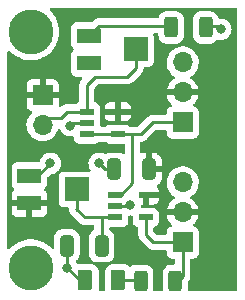
<source format=gbr>
%TF.GenerationSoftware,KiCad,Pcbnew,(6.0.8-1)-1*%
%TF.CreationDate,2023-07-28T17:56:29-05:00*%
%TF.ProjectId,FSR Adaptor,46535220-4164-4617-9074-6f722e6b6963,rev?*%
%TF.SameCoordinates,Original*%
%TF.FileFunction,Copper,L1,Top*%
%TF.FilePolarity,Positive*%
%FSLAX46Y46*%
G04 Gerber Fmt 4.6, Leading zero omitted, Abs format (unit mm)*
G04 Created by KiCad (PCBNEW (6.0.8-1)-1) date 2023-07-28 17:56:29*
%MOMM*%
%LPD*%
G01*
G04 APERTURE LIST*
G04 Aperture macros list*
%AMRoundRect*
0 Rectangle with rounded corners*
0 $1 Rounding radius*
0 $2 $3 $4 $5 $6 $7 $8 $9 X,Y pos of 4 corners*
0 Add a 4 corners polygon primitive as box body*
4,1,4,$2,$3,$4,$5,$6,$7,$8,$9,$2,$3,0*
0 Add four circle primitives for the rounded corners*
1,1,$1+$1,$2,$3*
1,1,$1+$1,$4,$5*
1,1,$1+$1,$6,$7*
1,1,$1+$1,$8,$9*
0 Add four rect primitives between the rounded corners*
20,1,$1+$1,$2,$3,$4,$5,0*
20,1,$1+$1,$4,$5,$6,$7,0*
20,1,$1+$1,$6,$7,$8,$9,0*
20,1,$1+$1,$8,$9,$2,$3,0*%
G04 Aperture macros list end*
%TA.AperFunction,ComponentPad*%
%ADD10R,1.700000X1.700000*%
%TD*%
%TA.AperFunction,ComponentPad*%
%ADD11O,1.700000X1.700000*%
%TD*%
%TA.AperFunction,SMDPad,CuDef*%
%ADD12R,2.000000X1.300000*%
%TD*%
%TA.AperFunction,SMDPad,CuDef*%
%ADD13R,2.000000X2.000000*%
%TD*%
%TA.AperFunction,SMDPad,CuDef*%
%ADD14RoundRect,0.250000X0.312500X0.625000X-0.312500X0.625000X-0.312500X-0.625000X0.312500X-0.625000X0*%
%TD*%
%TA.AperFunction,SMDPad,CuDef*%
%ADD15RoundRect,0.250000X0.325000X0.650000X-0.325000X0.650000X-0.325000X-0.650000X0.325000X-0.650000X0*%
%TD*%
%TA.AperFunction,SMDPad,CuDef*%
%ADD16R,1.200000X0.600000*%
%TD*%
%TA.AperFunction,ComponentPad*%
%ADD17C,3.800000*%
%TD*%
%TA.AperFunction,SMDPad,CuDef*%
%ADD18RoundRect,0.250000X-0.375000X-0.625000X0.375000X-0.625000X0.375000X0.625000X-0.375000X0.625000X0*%
%TD*%
%TA.AperFunction,SMDPad,CuDef*%
%ADD19RoundRect,0.250000X-0.312500X-0.625000X0.312500X-0.625000X0.312500X0.625000X-0.312500X0.625000X0*%
%TD*%
%TA.AperFunction,ViaPad*%
%ADD20C,0.800000*%
%TD*%
%TA.AperFunction,Conductor*%
%ADD21C,0.250000*%
%TD*%
G04 APERTURE END LIST*
D10*
%TO.P,J2,1,Pin_1*%
%TO.N,/TRIG*%
X65354200Y-70353228D03*
D11*
%TO.P,J2,2,Pin_2*%
%TO.N,VDD*%
X65354200Y-67813228D03*
%TO.P,J2,3,Pin_3*%
%TO.N,GND*%
X65354200Y-65273228D03*
%TD*%
D12*
%TO.P,RV1,1,1*%
%TO.N,VDD*%
X52374800Y-67012200D03*
D13*
%TO.P,RV1,2,2*%
%TO.N,/VREF*%
X56374800Y-65862200D03*
D12*
%TO.P,RV1,3,3*%
%TO.N,GND*%
X52374800Y-64712200D03*
%TD*%
D14*
%TO.P,R1,1*%
%TO.N,GND*%
X67299300Y-52146200D03*
%TO.P,R1,2*%
%TO.N,Net-(R1-Pad2)*%
X64374300Y-52146200D03*
%TD*%
D12*
%TO.P,RV2,1,1*%
%TO.N,unconnected-(RV2-Pad1)*%
X57410600Y-55150400D03*
D13*
%TO.P,RV2,2,2*%
%TO.N,/VIN*%
X61410600Y-54000400D03*
D12*
%TO.P,RV2,3,3*%
%TO.N,Net-(R1-Pad2)*%
X57410600Y-52850400D03*
%TD*%
D15*
%TO.P,C1,1*%
%TO.N,/VREF*%
X58498000Y-70637400D03*
%TO.P,C1,2*%
%TO.N,GND*%
X55548000Y-70637400D03*
%TD*%
D16*
%TO.P,U1,1,IN+*%
%TO.N,/VIN*%
X57247000Y-59273400D03*
%TO.P,U1,2,V-*%
%TO.N,GND*%
X57247000Y-60223400D03*
%TO.P,U1,3,IN-*%
%TO.N,/VOUT*%
X57247000Y-61173400D03*
%TO.P,U1,4,OUT*%
X59847000Y-61173400D03*
%TO.P,U1,5,V+*%
%TO.N,VDD*%
X59847000Y-59273400D03*
%TD*%
D17*
%TO.P,H2,1,1*%
%TO.N,unconnected-(H2-Pad1)*%
X52500000Y-52500000D03*
%TD*%
%TO.P,H1,1,1*%
%TO.N,unconnected-(H1-Pad1)*%
X52500000Y-72500000D03*
%TD*%
D10*
%TO.P,J1,1,Pin_1*%
%TO.N,VDD*%
X53492400Y-57861200D03*
D11*
%TO.P,J1,2,Pin_2*%
%TO.N,/VIN*%
X53492400Y-60401200D03*
%TD*%
D10*
%TO.P,J3,1,Pin_1*%
%TO.N,/VOUT*%
X65354200Y-60193228D03*
D11*
%TO.P,J3,2,Pin_2*%
%TO.N,VDD*%
X65354200Y-57653228D03*
%TO.P,J3,3,Pin_3*%
%TO.N,GND*%
X65354200Y-55113228D03*
%TD*%
D18*
%TO.P,D1,1,K*%
%TO.N,GND*%
X57121600Y-73558400D03*
%TO.P,D1,2,A*%
%TO.N,Net-(D1-Pad2)*%
X59921600Y-73558400D03*
%TD*%
D19*
%TO.P,R2,1*%
%TO.N,Net-(D1-Pad2)*%
X61808900Y-73609200D03*
%TO.P,R2,2*%
%TO.N,/TRIG*%
X64733900Y-73609200D03*
%TD*%
D15*
%TO.P,C2,1*%
%TO.N,VDD*%
X62511200Y-64160400D03*
%TO.P,C2,2*%
%TO.N,GND*%
X59561200Y-64160400D03*
%TD*%
D16*
%TO.P,U2,1,IN+*%
%TO.N,/VOUT*%
X59639200Y-66334600D03*
%TO.P,U2,2,V-*%
%TO.N,GND*%
X59639200Y-67284600D03*
%TO.P,U2,3,IN-*%
%TO.N,/VREF*%
X59639200Y-68234600D03*
%TO.P,U2,4,OUT*%
%TO.N,/TRIG*%
X62239200Y-68234600D03*
%TO.P,U2,5,V+*%
%TO.N,VDD*%
X62239200Y-66334600D03*
%TD*%
D20*
%TO.N,GND*%
X60909200Y-67157600D03*
X68580000Y-52298600D03*
X55854600Y-60452000D03*
X55600600Y-72517000D03*
X58293000Y-63652400D03*
X54152800Y-63652400D03*
%TD*%
D21*
%TO.N,GND*%
X68580000Y-52298600D02*
X68275200Y-51993800D01*
X59561200Y-64160400D02*
X58801000Y-64160400D01*
X52374800Y-64712200D02*
X53093000Y-64712200D01*
X57247000Y-60223400D02*
X56083200Y-60223400D01*
X53093000Y-64712200D02*
X54152800Y-63652400D01*
X59639200Y-67284600D02*
X60782200Y-67284600D01*
X55548000Y-72464400D02*
X55600600Y-72517000D01*
X56642000Y-73558400D02*
X55600600Y-72517000D01*
X58801000Y-64160400D02*
X58293000Y-63652400D01*
X55548000Y-70637400D02*
X55548000Y-72464400D01*
X56083200Y-60223400D02*
X55854600Y-60452000D01*
X68275200Y-51993800D02*
X67299300Y-51993800D01*
X60782200Y-67284600D02*
X60909200Y-67157600D01*
X57121600Y-73558400D02*
X56642000Y-73558400D01*
%TO.N,Net-(D1-Pad2)*%
X59921600Y-73558400D02*
X61758100Y-73558400D01*
X61758100Y-73558400D02*
X61808900Y-73609200D01*
%TO.N,/VIN*%
X61410600Y-55556400D02*
X61410600Y-54000400D01*
X54102000Y-59791600D02*
X55016400Y-59791600D01*
X55016400Y-59791600D02*
X55534600Y-59273400D01*
X57247000Y-57002200D02*
X57937400Y-56311800D01*
X60655200Y-56311800D02*
X61410600Y-55556400D01*
X55534600Y-59273400D02*
X57247000Y-59273400D01*
X57247000Y-59273400D02*
X57247000Y-57002200D01*
X53492400Y-60401200D02*
X54102000Y-59791600D01*
X57937400Y-56311800D02*
X60655200Y-56311800D01*
%TO.N,/TRIG*%
X62885628Y-70353228D02*
X65354200Y-70353228D01*
X62239200Y-69706800D02*
X62885628Y-70353228D01*
X62239200Y-68234600D02*
X62239200Y-69706800D01*
X64973200Y-73609200D02*
X65354200Y-73228200D01*
X65354200Y-73228200D02*
X65354200Y-70353228D01*
X64733900Y-73609200D02*
X64973200Y-73609200D01*
%TO.N,/VOUT*%
X62818972Y-60193228D02*
X61838800Y-61173400D01*
X61838800Y-61173400D02*
X61097200Y-61173400D01*
X61097200Y-61173400D02*
X59847000Y-61173400D01*
X60106600Y-66334600D02*
X61097200Y-65344000D01*
X65354200Y-60193228D02*
X62818972Y-60193228D01*
X59847000Y-61173400D02*
X57247000Y-61173400D01*
X59639200Y-66334600D02*
X60106600Y-66334600D01*
X61097200Y-65344000D02*
X61097200Y-61173400D01*
%TO.N,Net-(R1-Pad2)*%
X58267200Y-51993800D02*
X64374300Y-51993800D01*
X57410600Y-52850400D02*
X58267200Y-51993800D01*
%TO.N,/VREF*%
X56374800Y-67526400D02*
X56374800Y-65862200D01*
X58498000Y-70637400D02*
X58498000Y-68243000D01*
X57058600Y-68234600D02*
X56362600Y-67538600D01*
X58498000Y-68243000D02*
X58506400Y-68234600D01*
X56362600Y-67538600D02*
X56374800Y-67526400D01*
X59639200Y-68234600D02*
X58506400Y-68234600D01*
X58506400Y-68234600D02*
X57058600Y-68234600D01*
%TD*%
%TA.AperFunction,Conductor*%
%TO.N,VDD*%
G36*
X69933621Y-50528502D02*
G01*
X69980114Y-50582158D01*
X69991500Y-50634500D01*
X69991500Y-74365500D01*
X69971498Y-74433621D01*
X69917842Y-74480114D01*
X69865500Y-74491500D01*
X65923271Y-74491500D01*
X65855150Y-74471498D01*
X65808657Y-74417842D01*
X65797927Y-74352657D01*
X65804572Y-74287798D01*
X65804900Y-74284600D01*
X65804900Y-73723899D01*
X65824902Y-73655778D01*
X65831331Y-73646685D01*
X65832799Y-73644792D01*
X65840518Y-73635753D01*
X65865358Y-73609301D01*
X65870786Y-73603521D01*
X65880546Y-73585768D01*
X65891399Y-73569245D01*
X65898953Y-73559506D01*
X65903813Y-73553241D01*
X65921376Y-73512657D01*
X65926583Y-73502027D01*
X65947895Y-73463260D01*
X65949866Y-73455583D01*
X65949868Y-73455578D01*
X65952932Y-73443642D01*
X65959338Y-73424930D01*
X65964234Y-73413617D01*
X65967381Y-73406345D01*
X65970227Y-73388381D01*
X65974297Y-73362681D01*
X65976704Y-73351060D01*
X65985728Y-73315911D01*
X65985728Y-73315910D01*
X65987700Y-73308230D01*
X65987700Y-73287969D01*
X65989251Y-73268258D01*
X65991179Y-73256085D01*
X65992419Y-73248257D01*
X65988259Y-73204246D01*
X65987700Y-73192389D01*
X65987700Y-71837728D01*
X66007702Y-71769607D01*
X66061358Y-71723114D01*
X66113700Y-71711728D01*
X66252334Y-71711728D01*
X66314516Y-71704973D01*
X66450905Y-71653843D01*
X66567461Y-71566489D01*
X66654815Y-71449933D01*
X66705945Y-71313544D01*
X66712700Y-71251362D01*
X66712700Y-69455094D01*
X66705945Y-69392912D01*
X66654815Y-69256523D01*
X66567461Y-69139967D01*
X66450905Y-69052613D01*
X66331887Y-69007995D01*
X66275123Y-68965353D01*
X66250423Y-68898792D01*
X66265630Y-68829443D01*
X66287177Y-68800763D01*
X66388252Y-68700040D01*
X66394930Y-68692193D01*
X66519203Y-68519248D01*
X66524513Y-68510411D01*
X66618870Y-68319495D01*
X66622669Y-68309900D01*
X66684577Y-68106138D01*
X66686755Y-68096065D01*
X66688186Y-68085190D01*
X66685975Y-68071006D01*
X66672817Y-68067228D01*
X64037425Y-68067228D01*
X64023894Y-68071201D01*
X64022457Y-68081194D01*
X64052765Y-68215674D01*
X64055845Y-68225503D01*
X64135970Y-68422831D01*
X64140613Y-68432022D01*
X64251894Y-68613616D01*
X64257977Y-68621927D01*
X64397413Y-68782895D01*
X64404777Y-68790107D01*
X64409722Y-68794213D01*
X64449356Y-68853117D01*
X64450853Y-68924098D01*
X64413737Y-68984620D01*
X64373464Y-69009138D01*
X64265905Y-69049460D01*
X64265904Y-69049461D01*
X64257495Y-69052613D01*
X64140939Y-69139967D01*
X64053585Y-69256523D01*
X64002455Y-69392912D01*
X63995700Y-69455094D01*
X63995700Y-69593728D01*
X63975698Y-69661849D01*
X63922042Y-69708342D01*
X63869700Y-69719728D01*
X63200223Y-69719728D01*
X63132102Y-69699726D01*
X63111128Y-69682823D01*
X62909605Y-69481300D01*
X62875579Y-69418988D01*
X62872700Y-69392205D01*
X62872700Y-69152470D01*
X62892702Y-69084349D01*
X62946358Y-69037856D01*
X62954470Y-69034488D01*
X63077497Y-68988367D01*
X63085905Y-68985215D01*
X63202461Y-68897861D01*
X63289815Y-68781305D01*
X63340945Y-68644916D01*
X63347700Y-68582734D01*
X63347700Y-67886466D01*
X63340945Y-67824284D01*
X63289815Y-67687895D01*
X63202461Y-67571339D01*
X63085905Y-67483985D01*
X62949516Y-67432855D01*
X62887334Y-67426100D01*
X61934421Y-67426100D01*
X61866300Y-67406098D01*
X61819807Y-67352442D01*
X61809111Y-67286929D01*
X61812422Y-67255429D01*
X61839436Y-67189772D01*
X61897658Y-67149143D01*
X61937732Y-67142600D01*
X61967085Y-67142600D01*
X61982324Y-67138125D01*
X61983529Y-67136735D01*
X61985200Y-67129052D01*
X61985200Y-67124484D01*
X62493200Y-67124484D01*
X62497675Y-67139723D01*
X62499065Y-67140928D01*
X62506748Y-67142599D01*
X62883869Y-67142599D01*
X62890690Y-67142229D01*
X62941552Y-67136705D01*
X62956804Y-67133079D01*
X63077254Y-67087924D01*
X63092849Y-67079386D01*
X63194924Y-67002885D01*
X63207485Y-66990324D01*
X63283986Y-66888249D01*
X63292524Y-66872654D01*
X63337678Y-66752206D01*
X63341305Y-66736951D01*
X63346831Y-66686086D01*
X63347200Y-66679272D01*
X63347200Y-66606715D01*
X63342725Y-66591476D01*
X63341335Y-66590271D01*
X63333652Y-66588600D01*
X62511315Y-66588600D01*
X62496076Y-66593075D01*
X62494871Y-66594465D01*
X62493200Y-66602148D01*
X62493200Y-67124484D01*
X61985200Y-67124484D01*
X61985200Y-66206600D01*
X62005202Y-66138479D01*
X62058858Y-66091986D01*
X62111200Y-66080600D01*
X63329084Y-66080600D01*
X63344323Y-66076125D01*
X63345528Y-66074735D01*
X63347199Y-66067052D01*
X63347199Y-65989931D01*
X63346829Y-65983110D01*
X63341305Y-65932248D01*
X63337679Y-65916996D01*
X63292524Y-65796546D01*
X63283986Y-65780951D01*
X63207485Y-65678876D01*
X63192243Y-65663634D01*
X63158217Y-65601322D01*
X63163282Y-65530507D01*
X63205829Y-65473671D01*
X63215035Y-65467395D01*
X63304007Y-65412337D01*
X63315408Y-65403301D01*
X63429939Y-65288571D01*
X63438951Y-65277160D01*
X63461904Y-65239923D01*
X63991451Y-65239923D01*
X63991748Y-65245076D01*
X63991748Y-65245079D01*
X64002066Y-65424030D01*
X64004310Y-65462943D01*
X64005447Y-65467989D01*
X64005448Y-65467995D01*
X64021073Y-65537327D01*
X64053422Y-65680867D01*
X64094062Y-65780951D01*
X64130505Y-65870700D01*
X64137466Y-65887844D01*
X64164611Y-65932140D01*
X64210164Y-66006476D01*
X64254187Y-66078316D01*
X64400450Y-66247166D01*
X64572326Y-66389860D01*
X64646155Y-66433002D01*
X64694879Y-66484640D01*
X64707950Y-66554423D01*
X64681219Y-66620195D01*
X64640762Y-66653555D01*
X64632657Y-66657774D01*
X64623938Y-66663264D01*
X64453633Y-66791133D01*
X64445926Y-66797976D01*
X64298790Y-66951945D01*
X64292304Y-66959955D01*
X64172298Y-67135877D01*
X64167200Y-67144851D01*
X64077538Y-67338011D01*
X64073975Y-67347698D01*
X64018589Y-67547411D01*
X64020112Y-67555835D01*
X64032492Y-67559228D01*
X66672544Y-67559228D01*
X66686075Y-67555255D01*
X66687380Y-67546175D01*
X66645414Y-67379103D01*
X66642094Y-67369352D01*
X66557172Y-67174042D01*
X66552305Y-67164967D01*
X66436626Y-66986154D01*
X66430336Y-66977985D01*
X66287006Y-66820468D01*
X66279473Y-66813443D01*
X66112339Y-66681450D01*
X66103756Y-66675748D01*
X66066802Y-66655348D01*
X66016831Y-66604915D01*
X66002059Y-66535473D01*
X66027175Y-66469067D01*
X66054527Y-66442460D01*
X66077997Y-66425719D01*
X66234060Y-66314401D01*
X66284934Y-66263705D01*
X66388635Y-66160365D01*
X66392296Y-66156717D01*
X66451794Y-66073917D01*
X66519635Y-65979505D01*
X66522653Y-65975305D01*
X66528568Y-65963338D01*
X66619336Y-65779681D01*
X66619337Y-65779679D01*
X66621630Y-65775039D01*
X66672321Y-65608195D01*
X66685065Y-65566251D01*
X66685065Y-65566249D01*
X66686570Y-65561297D01*
X66715729Y-65339818D01*
X66717356Y-65273228D01*
X66699052Y-65050589D01*
X66644631Y-64833930D01*
X66555554Y-64629068D01*
X66467889Y-64493558D01*
X66437022Y-64445845D01*
X66437020Y-64445842D01*
X66434214Y-64441505D01*
X66283870Y-64276279D01*
X66279819Y-64273080D01*
X66279815Y-64273076D01*
X66112614Y-64141028D01*
X66112610Y-64141026D01*
X66108559Y-64137826D01*
X65912989Y-64029866D01*
X65908120Y-64028142D01*
X65908116Y-64028140D01*
X65707287Y-63957023D01*
X65707283Y-63957022D01*
X65702412Y-63955297D01*
X65697319Y-63954390D01*
X65697316Y-63954389D01*
X65487573Y-63917028D01*
X65487567Y-63917027D01*
X65482484Y-63916122D01*
X65408652Y-63915220D01*
X65264281Y-63913456D01*
X65264279Y-63913456D01*
X65259111Y-63913393D01*
X65038291Y-63947183D01*
X64825956Y-64016585D01*
X64627807Y-64119735D01*
X64623674Y-64122838D01*
X64623671Y-64122840D01*
X64453300Y-64250758D01*
X64449165Y-64253863D01*
X64445593Y-64257601D01*
X64314867Y-64394398D01*
X64294829Y-64415366D01*
X64291915Y-64419638D01*
X64291914Y-64419639D01*
X64225976Y-64516301D01*
X64168943Y-64599908D01*
X64074888Y-64802533D01*
X64015189Y-65017798D01*
X63991451Y-65239923D01*
X63461904Y-65239923D01*
X63524016Y-65139157D01*
X63530163Y-65125976D01*
X63581338Y-64971690D01*
X63584205Y-64958314D01*
X63593872Y-64863962D01*
X63594200Y-64857546D01*
X63594200Y-64432515D01*
X63589725Y-64417276D01*
X63588335Y-64416071D01*
X63580652Y-64414400D01*
X62383200Y-64414400D01*
X62315079Y-64394398D01*
X62268586Y-64340742D01*
X62257200Y-64288400D01*
X62257200Y-63888285D01*
X62765200Y-63888285D01*
X62769675Y-63903524D01*
X62771065Y-63904729D01*
X62778748Y-63906400D01*
X63576084Y-63906400D01*
X63591323Y-63901925D01*
X63592528Y-63900535D01*
X63594199Y-63892852D01*
X63594199Y-63463305D01*
X63593862Y-63456786D01*
X63583943Y-63361194D01*
X63581051Y-63347800D01*
X63529612Y-63193616D01*
X63523439Y-63180438D01*
X63438137Y-63042593D01*
X63429101Y-63031192D01*
X63314371Y-62916661D01*
X63302960Y-62907649D01*
X63164957Y-62822584D01*
X63151776Y-62816437D01*
X62997490Y-62765262D01*
X62984114Y-62762395D01*
X62889762Y-62752728D01*
X62883345Y-62752400D01*
X62783315Y-62752400D01*
X62768076Y-62756875D01*
X62766871Y-62758265D01*
X62765200Y-62765948D01*
X62765200Y-63888285D01*
X62257200Y-63888285D01*
X62257200Y-62770516D01*
X62252725Y-62755277D01*
X62251335Y-62754072D01*
X62243652Y-62752401D01*
X62139105Y-62752401D01*
X62132586Y-62752738D01*
X62036994Y-62762657D01*
X62023600Y-62765549D01*
X61896576Y-62807927D01*
X61825626Y-62810511D01*
X61764542Y-62774327D01*
X61732718Y-62710863D01*
X61730700Y-62688403D01*
X61730700Y-61932900D01*
X61750702Y-61864779D01*
X61804358Y-61818286D01*
X61856700Y-61806900D01*
X61878656Y-61806900D01*
X61882591Y-61806403D01*
X61882656Y-61806395D01*
X61894493Y-61805462D01*
X61926751Y-61804448D01*
X61930770Y-61804322D01*
X61938689Y-61804073D01*
X61958143Y-61798421D01*
X61977500Y-61794413D01*
X61989730Y-61792868D01*
X61989731Y-61792868D01*
X61997597Y-61791874D01*
X62004968Y-61788955D01*
X62004970Y-61788955D01*
X62038712Y-61775596D01*
X62049942Y-61771751D01*
X62084783Y-61761629D01*
X62084784Y-61761629D01*
X62092393Y-61759418D01*
X62099212Y-61755385D01*
X62099217Y-61755383D01*
X62109828Y-61749107D01*
X62127576Y-61740412D01*
X62146417Y-61732952D01*
X62175673Y-61711697D01*
X62182187Y-61706964D01*
X62192107Y-61700448D01*
X62223335Y-61681980D01*
X62223338Y-61681978D01*
X62230162Y-61677942D01*
X62244483Y-61663621D01*
X62259517Y-61650780D01*
X62269494Y-61643531D01*
X62275907Y-61638872D01*
X62304098Y-61604795D01*
X62312088Y-61596016D01*
X63044471Y-60863633D01*
X63106783Y-60829607D01*
X63133566Y-60826728D01*
X63869700Y-60826728D01*
X63937821Y-60846730D01*
X63984314Y-60900386D01*
X63995700Y-60952728D01*
X63995700Y-61091362D01*
X64002455Y-61153544D01*
X64053585Y-61289933D01*
X64140939Y-61406489D01*
X64257495Y-61493843D01*
X64393884Y-61544973D01*
X64456066Y-61551728D01*
X66252334Y-61551728D01*
X66314516Y-61544973D01*
X66450905Y-61493843D01*
X66567461Y-61406489D01*
X66654815Y-61289933D01*
X66705945Y-61153544D01*
X66712700Y-61091362D01*
X66712700Y-59295094D01*
X66705945Y-59232912D01*
X66654815Y-59096523D01*
X66567461Y-58979967D01*
X66450905Y-58892613D01*
X66412752Y-58878310D01*
X66331887Y-58847995D01*
X66275123Y-58805353D01*
X66250423Y-58738792D01*
X66265630Y-58669443D01*
X66287177Y-58640763D01*
X66388252Y-58540040D01*
X66394930Y-58532193D01*
X66519203Y-58359248D01*
X66524513Y-58350411D01*
X66618870Y-58159495D01*
X66622669Y-58149900D01*
X66684577Y-57946138D01*
X66686755Y-57936065D01*
X66688186Y-57925190D01*
X66685975Y-57911006D01*
X66672817Y-57907228D01*
X64037425Y-57907228D01*
X64023894Y-57911201D01*
X64022457Y-57921194D01*
X64052765Y-58055674D01*
X64055845Y-58065503D01*
X64135970Y-58262831D01*
X64140613Y-58272022D01*
X64251894Y-58453616D01*
X64257977Y-58461927D01*
X64397413Y-58622895D01*
X64404777Y-58630107D01*
X64409722Y-58634213D01*
X64449356Y-58693117D01*
X64450853Y-58764098D01*
X64413737Y-58824620D01*
X64373464Y-58849138D01*
X64265905Y-58889460D01*
X64265904Y-58889461D01*
X64257495Y-58892613D01*
X64140939Y-58979967D01*
X64053585Y-59096523D01*
X64002455Y-59232912D01*
X63995700Y-59295094D01*
X63995700Y-59433728D01*
X63975698Y-59501849D01*
X63922042Y-59548342D01*
X63869700Y-59559728D01*
X62897740Y-59559728D01*
X62886557Y-59559201D01*
X62879064Y-59557526D01*
X62871138Y-59557775D01*
X62871137Y-59557775D01*
X62810974Y-59559666D01*
X62807016Y-59559728D01*
X62779116Y-59559728D01*
X62775126Y-59560232D01*
X62763292Y-59561164D01*
X62719083Y-59562554D01*
X62711467Y-59564767D01*
X62711465Y-59564767D01*
X62699624Y-59568207D01*
X62680265Y-59572216D01*
X62678955Y-59572382D01*
X62660175Y-59574754D01*
X62652809Y-59577670D01*
X62652803Y-59577672D01*
X62619070Y-59591028D01*
X62607840Y-59594873D01*
X62572989Y-59604998D01*
X62565379Y-59607209D01*
X62558556Y-59611244D01*
X62547938Y-59617523D01*
X62530185Y-59626220D01*
X62522540Y-59629247D01*
X62511355Y-59633676D01*
X62504940Y-59638337D01*
X62475584Y-59659665D01*
X62465667Y-59666179D01*
X62427610Y-59688686D01*
X62413289Y-59703007D01*
X62398256Y-59715847D01*
X62381865Y-59727756D01*
X62376815Y-59733860D01*
X62376810Y-59733865D01*
X62353679Y-59761826D01*
X62345689Y-59770607D01*
X61613299Y-60502996D01*
X61550987Y-60537021D01*
X61524204Y-60539900D01*
X61168993Y-60539900D01*
X61145384Y-60537668D01*
X61145081Y-60537610D01*
X61145077Y-60537610D01*
X61137294Y-60536125D01*
X61081249Y-60539651D01*
X61073338Y-60539900D01*
X60890413Y-60539900D01*
X60822292Y-60519898D01*
X60810380Y-60510298D01*
X60810261Y-60510139D01*
X60800731Y-60502996D01*
X60732686Y-60452000D01*
X60693705Y-60422785D01*
X60557316Y-60371655D01*
X60495134Y-60364900D01*
X59198866Y-60364900D01*
X59136684Y-60371655D01*
X59000295Y-60422785D01*
X58883739Y-60510139D01*
X58882537Y-60508535D01*
X58830370Y-60537021D01*
X58803587Y-60539900D01*
X58481500Y-60539900D01*
X58413379Y-60519898D01*
X58366886Y-60466242D01*
X58355500Y-60413900D01*
X58355500Y-59875266D01*
X58348745Y-59813084D01*
X58341077Y-59792630D01*
X58335894Y-59721823D01*
X58341077Y-59704170D01*
X58344779Y-59694295D01*
X58348745Y-59683716D01*
X58355500Y-59621534D01*
X58355500Y-59618069D01*
X58739001Y-59618069D01*
X58739371Y-59624890D01*
X58744895Y-59675752D01*
X58748521Y-59691004D01*
X58793676Y-59811454D01*
X58802214Y-59827049D01*
X58878715Y-59929124D01*
X58891276Y-59941685D01*
X58993351Y-60018186D01*
X59008946Y-60026724D01*
X59129394Y-60071878D01*
X59144649Y-60075505D01*
X59195514Y-60081031D01*
X59202328Y-60081400D01*
X59574885Y-60081400D01*
X59590124Y-60076925D01*
X59591329Y-60075535D01*
X59593000Y-60067852D01*
X59593000Y-60063284D01*
X60101000Y-60063284D01*
X60105475Y-60078523D01*
X60106865Y-60079728D01*
X60114548Y-60081399D01*
X60491669Y-60081399D01*
X60498490Y-60081029D01*
X60549352Y-60075505D01*
X60564604Y-60071879D01*
X60685054Y-60026724D01*
X60700649Y-60018186D01*
X60802724Y-59941685D01*
X60815285Y-59929124D01*
X60891786Y-59827049D01*
X60900324Y-59811454D01*
X60945478Y-59691006D01*
X60949105Y-59675751D01*
X60954631Y-59624886D01*
X60955000Y-59618072D01*
X60955000Y-59545515D01*
X60950525Y-59530276D01*
X60949135Y-59529071D01*
X60941452Y-59527400D01*
X60119115Y-59527400D01*
X60103876Y-59531875D01*
X60102671Y-59533265D01*
X60101000Y-59540948D01*
X60101000Y-60063284D01*
X59593000Y-60063284D01*
X59593000Y-59545515D01*
X59588525Y-59530276D01*
X59587135Y-59529071D01*
X59579452Y-59527400D01*
X58757116Y-59527400D01*
X58741877Y-59531875D01*
X58740672Y-59533265D01*
X58739001Y-59540948D01*
X58739001Y-59618069D01*
X58355500Y-59618069D01*
X58355500Y-59001285D01*
X58739000Y-59001285D01*
X58743475Y-59016524D01*
X58744865Y-59017729D01*
X58752548Y-59019400D01*
X59574885Y-59019400D01*
X59590124Y-59014925D01*
X59591329Y-59013535D01*
X59593000Y-59005852D01*
X59593000Y-59001285D01*
X60101000Y-59001285D01*
X60105475Y-59016524D01*
X60106865Y-59017729D01*
X60114548Y-59019400D01*
X60936884Y-59019400D01*
X60952123Y-59014925D01*
X60953328Y-59013535D01*
X60954999Y-59005852D01*
X60954999Y-58928731D01*
X60954629Y-58921910D01*
X60949105Y-58871048D01*
X60945479Y-58855796D01*
X60900324Y-58735346D01*
X60891786Y-58719751D01*
X60815285Y-58617676D01*
X60802724Y-58605115D01*
X60700649Y-58528614D01*
X60685054Y-58520076D01*
X60564606Y-58474922D01*
X60549351Y-58471295D01*
X60498486Y-58465769D01*
X60491672Y-58465400D01*
X60119115Y-58465400D01*
X60103876Y-58469875D01*
X60102671Y-58471265D01*
X60101000Y-58478948D01*
X60101000Y-59001285D01*
X59593000Y-59001285D01*
X59593000Y-58483516D01*
X59588525Y-58468277D01*
X59587135Y-58467072D01*
X59579452Y-58465401D01*
X59202331Y-58465401D01*
X59195510Y-58465771D01*
X59144648Y-58471295D01*
X59129396Y-58474921D01*
X59008946Y-58520076D01*
X58993351Y-58528614D01*
X58891276Y-58605115D01*
X58878715Y-58617676D01*
X58802214Y-58719751D01*
X58793676Y-58735346D01*
X58748522Y-58855794D01*
X58744895Y-58871049D01*
X58739369Y-58921914D01*
X58739000Y-58928728D01*
X58739000Y-59001285D01*
X58355500Y-59001285D01*
X58355500Y-58925266D01*
X58348745Y-58863084D01*
X58297615Y-58726695D01*
X58210261Y-58610139D01*
X58093705Y-58522785D01*
X58071808Y-58514576D01*
X57962270Y-58473512D01*
X57905506Y-58430870D01*
X57880806Y-58364309D01*
X57880500Y-58355530D01*
X57880500Y-57316795D01*
X57900502Y-57248674D01*
X57917405Y-57227699D01*
X58162901Y-56982204D01*
X58225213Y-56948179D01*
X58251996Y-56945300D01*
X60576433Y-56945300D01*
X60587616Y-56945827D01*
X60595109Y-56947502D01*
X60603035Y-56947253D01*
X60603036Y-56947253D01*
X60663186Y-56945362D01*
X60667145Y-56945300D01*
X60695056Y-56945300D01*
X60698991Y-56944803D01*
X60699056Y-56944795D01*
X60710893Y-56943862D01*
X60743151Y-56942848D01*
X60747170Y-56942722D01*
X60755089Y-56942473D01*
X60774543Y-56936821D01*
X60793900Y-56932813D01*
X60806130Y-56931268D01*
X60806131Y-56931268D01*
X60813997Y-56930274D01*
X60821368Y-56927355D01*
X60821370Y-56927355D01*
X60855112Y-56913996D01*
X60866342Y-56910151D01*
X60901183Y-56900029D01*
X60901184Y-56900029D01*
X60908793Y-56897818D01*
X60915612Y-56893785D01*
X60915617Y-56893783D01*
X60926228Y-56887507D01*
X60943976Y-56878812D01*
X60962817Y-56871352D01*
X60998587Y-56845364D01*
X61008507Y-56838848D01*
X61039735Y-56820380D01*
X61039738Y-56820378D01*
X61046562Y-56816342D01*
X61060883Y-56802021D01*
X61075917Y-56789180D01*
X61085893Y-56781932D01*
X61092307Y-56777272D01*
X61120488Y-56743207D01*
X61128478Y-56734426D01*
X61802858Y-56060047D01*
X61811137Y-56052513D01*
X61817618Y-56048400D01*
X61864244Y-55998748D01*
X61866998Y-55995907D01*
X61886735Y-55976170D01*
X61889215Y-55972973D01*
X61896920Y-55963951D01*
X61921759Y-55937500D01*
X61927186Y-55931721D01*
X61931005Y-55924775D01*
X61931007Y-55924772D01*
X61936948Y-55913966D01*
X61947799Y-55897447D01*
X61955358Y-55887701D01*
X61960214Y-55881441D01*
X61963359Y-55874172D01*
X61963362Y-55874168D01*
X61977774Y-55840863D01*
X61982991Y-55830213D01*
X62004295Y-55791460D01*
X62009333Y-55771837D01*
X62015737Y-55753134D01*
X62020633Y-55741820D01*
X62020633Y-55741819D01*
X62023781Y-55734545D01*
X62025020Y-55726722D01*
X62025023Y-55726712D01*
X62030699Y-55690876D01*
X62033105Y-55679256D01*
X62042128Y-55644111D01*
X62042128Y-55644110D01*
X62044100Y-55636430D01*
X62044100Y-55628501D01*
X62045093Y-55620640D01*
X62048173Y-55621029D01*
X62064102Y-55566779D01*
X62117758Y-55520286D01*
X62170100Y-55508900D01*
X62458734Y-55508900D01*
X62520916Y-55502145D01*
X62657305Y-55451015D01*
X62773861Y-55363661D01*
X62861215Y-55247105D01*
X62912345Y-55110716D01*
X62915690Y-55079923D01*
X63991451Y-55079923D01*
X63991748Y-55085076D01*
X63991748Y-55085079D01*
X63997211Y-55179818D01*
X64004310Y-55302943D01*
X64005447Y-55307989D01*
X64005448Y-55307995D01*
X64019206Y-55369042D01*
X64053422Y-55520867D01*
X64137466Y-55727844D01*
X64171746Y-55783784D01*
X64249530Y-55910716D01*
X64254187Y-55918316D01*
X64400450Y-56087166D01*
X64572326Y-56229860D01*
X64599312Y-56245629D01*
X64646155Y-56273002D01*
X64694879Y-56324640D01*
X64707950Y-56394423D01*
X64681219Y-56460195D01*
X64640762Y-56493555D01*
X64632657Y-56497774D01*
X64623938Y-56503264D01*
X64453633Y-56631133D01*
X64445926Y-56637976D01*
X64298790Y-56791945D01*
X64292304Y-56799955D01*
X64172298Y-56975877D01*
X64167200Y-56984851D01*
X64077538Y-57178011D01*
X64073975Y-57187698D01*
X64018589Y-57387411D01*
X64020112Y-57395835D01*
X64032492Y-57399228D01*
X66672544Y-57399228D01*
X66686075Y-57395255D01*
X66687380Y-57386175D01*
X66645414Y-57219103D01*
X66642094Y-57209352D01*
X66557172Y-57014042D01*
X66552305Y-57004967D01*
X66436626Y-56826154D01*
X66430336Y-56817985D01*
X66287006Y-56660468D01*
X66279473Y-56653443D01*
X66112339Y-56521450D01*
X66103756Y-56515748D01*
X66066802Y-56495348D01*
X66016831Y-56444915D01*
X66002059Y-56375473D01*
X66027175Y-56309067D01*
X66054527Y-56282460D01*
X66106162Y-56245629D01*
X66234060Y-56154401D01*
X66392296Y-55996717D01*
X66407061Y-55976170D01*
X66519635Y-55819505D01*
X66522653Y-55815305D01*
X66531008Y-55798401D01*
X66619336Y-55619681D01*
X66619337Y-55619679D01*
X66621630Y-55615039D01*
X66670595Y-55453876D01*
X66685065Y-55406251D01*
X66685065Y-55406249D01*
X66686570Y-55401297D01*
X66715729Y-55179818D01*
X66717356Y-55113228D01*
X66699052Y-54890589D01*
X66644631Y-54673930D01*
X66555554Y-54469068D01*
X66434214Y-54281505D01*
X66283870Y-54116279D01*
X66279819Y-54113080D01*
X66279815Y-54113076D01*
X66112614Y-53981028D01*
X66112610Y-53981026D01*
X66108559Y-53977826D01*
X66100812Y-53973549D01*
X66056336Y-53948997D01*
X65912989Y-53869866D01*
X65908120Y-53868142D01*
X65908116Y-53868140D01*
X65707287Y-53797023D01*
X65707283Y-53797022D01*
X65702412Y-53795297D01*
X65697319Y-53794390D01*
X65697316Y-53794389D01*
X65487573Y-53757028D01*
X65487567Y-53757027D01*
X65482484Y-53756122D01*
X65408652Y-53755220D01*
X65264281Y-53753456D01*
X65264279Y-53753456D01*
X65259111Y-53753393D01*
X65038291Y-53787183D01*
X64825956Y-53856585D01*
X64627807Y-53959735D01*
X64623674Y-53962838D01*
X64623671Y-53962840D01*
X64507871Y-54049785D01*
X64449165Y-54093863D01*
X64294829Y-54255366D01*
X64168943Y-54439908D01*
X64074888Y-54642533D01*
X64015189Y-54857798D01*
X63991451Y-55079923D01*
X62915690Y-55079923D01*
X62919100Y-55048534D01*
X62919100Y-52952266D01*
X62912345Y-52890084D01*
X62877648Y-52797530D01*
X62872465Y-52726722D01*
X62906386Y-52664353D01*
X62968641Y-52630224D01*
X62995630Y-52627300D01*
X63177300Y-52627300D01*
X63245421Y-52647302D01*
X63291914Y-52700958D01*
X63303300Y-52753300D01*
X63303300Y-52821600D01*
X63303637Y-52824846D01*
X63303637Y-52824850D01*
X63311221Y-52897940D01*
X63314274Y-52927366D01*
X63370250Y-53095146D01*
X63463322Y-53245548D01*
X63588497Y-53370505D01*
X63594727Y-53374345D01*
X63594728Y-53374346D01*
X63731890Y-53458894D01*
X63739062Y-53463315D01*
X63818805Y-53489764D01*
X63900411Y-53516832D01*
X63900413Y-53516832D01*
X63906939Y-53518997D01*
X63913775Y-53519697D01*
X63913778Y-53519698D01*
X63956831Y-53524109D01*
X64011400Y-53529700D01*
X64737200Y-53529700D01*
X64740446Y-53529363D01*
X64740450Y-53529363D01*
X64836108Y-53519438D01*
X64836112Y-53519437D01*
X64842966Y-53518726D01*
X64849502Y-53516545D01*
X64849504Y-53516545D01*
X64981606Y-53472472D01*
X65010746Y-53462750D01*
X65161148Y-53369678D01*
X65286105Y-53244503D01*
X65309161Y-53207100D01*
X65375075Y-53100168D01*
X65375076Y-53100166D01*
X65378915Y-53093938D01*
X65434597Y-52926061D01*
X65445300Y-52821600D01*
X66228300Y-52821600D01*
X66228637Y-52824846D01*
X66228637Y-52824850D01*
X66236221Y-52897940D01*
X66239274Y-52927366D01*
X66295250Y-53095146D01*
X66388322Y-53245548D01*
X66513497Y-53370505D01*
X66519727Y-53374345D01*
X66519728Y-53374346D01*
X66656890Y-53458894D01*
X66664062Y-53463315D01*
X66743805Y-53489764D01*
X66825411Y-53516832D01*
X66825413Y-53516832D01*
X66831939Y-53518997D01*
X66838775Y-53519697D01*
X66838778Y-53519698D01*
X66881831Y-53524109D01*
X66936400Y-53529700D01*
X67662200Y-53529700D01*
X67665446Y-53529363D01*
X67665450Y-53529363D01*
X67761108Y-53519438D01*
X67761112Y-53519437D01*
X67767966Y-53518726D01*
X67774502Y-53516545D01*
X67774504Y-53516545D01*
X67906606Y-53472472D01*
X67935746Y-53462750D01*
X68086148Y-53369678D01*
X68211105Y-53244503D01*
X68216565Y-53235645D01*
X68218139Y-53234229D01*
X68219482Y-53232528D01*
X68219773Y-53232758D01*
X68269334Y-53188152D01*
X68339405Y-53176727D01*
X68350022Y-53178513D01*
X68478056Y-53205728D01*
X68478061Y-53205728D01*
X68484513Y-53207100D01*
X68675487Y-53207100D01*
X68681939Y-53205728D01*
X68681944Y-53205728D01*
X68768887Y-53187247D01*
X68862288Y-53167394D01*
X68892949Y-53153743D01*
X69030722Y-53092403D01*
X69030724Y-53092402D01*
X69036752Y-53089718D01*
X69191253Y-52977466D01*
X69195675Y-52972555D01*
X69314621Y-52840452D01*
X69314622Y-52840451D01*
X69319040Y-52835544D01*
X69381869Y-52726722D01*
X69411223Y-52675879D01*
X69411224Y-52675878D01*
X69414527Y-52670156D01*
X69473542Y-52488528D01*
X69493504Y-52298600D01*
X69482882Y-52197538D01*
X69474232Y-52115235D01*
X69474232Y-52115233D01*
X69473542Y-52108672D01*
X69414527Y-51927044D01*
X69401077Y-51903747D01*
X69322341Y-51767374D01*
X69319040Y-51761656D01*
X69264812Y-51701429D01*
X69195675Y-51624645D01*
X69195674Y-51624644D01*
X69191253Y-51619734D01*
X69036752Y-51507482D01*
X69030724Y-51504798D01*
X69030722Y-51504797D01*
X68868319Y-51432491D01*
X68868318Y-51432491D01*
X68862288Y-51429806D01*
X68748277Y-51405572D01*
X68681944Y-51391472D01*
X68681939Y-51391472D01*
X68675487Y-51390100D01*
X68500351Y-51390100D01*
X68465197Y-51385097D01*
X68460619Y-51383767D01*
X68453345Y-51380619D01*
X68445519Y-51379379D01*
X68445514Y-51379378D01*
X68435163Y-51377739D01*
X68371009Y-51347327D01*
X68335348Y-51293165D01*
X68305669Y-51204204D01*
X68305668Y-51204202D01*
X68303350Y-51197254D01*
X68210278Y-51046852D01*
X68085103Y-50921895D01*
X68078872Y-50918054D01*
X67940768Y-50832925D01*
X67940766Y-50832924D01*
X67934538Y-50829085D01*
X67845703Y-50799620D01*
X67773189Y-50775568D01*
X67773187Y-50775568D01*
X67766661Y-50773403D01*
X67759825Y-50772703D01*
X67759822Y-50772702D01*
X67716769Y-50768291D01*
X67662200Y-50762700D01*
X66936400Y-50762700D01*
X66933154Y-50763037D01*
X66933150Y-50763037D01*
X66837492Y-50772962D01*
X66837488Y-50772963D01*
X66830634Y-50773674D01*
X66824098Y-50775855D01*
X66824096Y-50775855D01*
X66691994Y-50819928D01*
X66662854Y-50829650D01*
X66512452Y-50922722D01*
X66387495Y-51047897D01*
X66294685Y-51198462D01*
X66269641Y-51273967D01*
X66247412Y-51340988D01*
X66239003Y-51366339D01*
X66228300Y-51470800D01*
X66228300Y-52821600D01*
X65445300Y-52821600D01*
X65445300Y-51470800D01*
X65441991Y-51438909D01*
X65435038Y-51371892D01*
X65435037Y-51371888D01*
X65434326Y-51365034D01*
X65432096Y-51358348D01*
X65380668Y-51204202D01*
X65378350Y-51197254D01*
X65285278Y-51046852D01*
X65160103Y-50921895D01*
X65153872Y-50918054D01*
X65015768Y-50832925D01*
X65015766Y-50832924D01*
X65009538Y-50829085D01*
X64920703Y-50799620D01*
X64848189Y-50775568D01*
X64848187Y-50775568D01*
X64841661Y-50773403D01*
X64834825Y-50772703D01*
X64834822Y-50772702D01*
X64791769Y-50768291D01*
X64737200Y-50762700D01*
X64011400Y-50762700D01*
X64008154Y-50763037D01*
X64008150Y-50763037D01*
X63912492Y-50772962D01*
X63912488Y-50772963D01*
X63905634Y-50773674D01*
X63899098Y-50775855D01*
X63899096Y-50775855D01*
X63766994Y-50819928D01*
X63737854Y-50829650D01*
X63587452Y-50922722D01*
X63462495Y-51047897D01*
X63369685Y-51198462D01*
X63351554Y-51253124D01*
X63344641Y-51273967D01*
X63304210Y-51332327D01*
X63238646Y-51359564D01*
X63225048Y-51360300D01*
X58345963Y-51360300D01*
X58334779Y-51359773D01*
X58327291Y-51358099D01*
X58319368Y-51358348D01*
X58259233Y-51360238D01*
X58255275Y-51360300D01*
X58227344Y-51360300D01*
X58223429Y-51360795D01*
X58223425Y-51360795D01*
X58223367Y-51360803D01*
X58223338Y-51360806D01*
X58211496Y-51361739D01*
X58167310Y-51363127D01*
X58156254Y-51366339D01*
X58147858Y-51368778D01*
X58128506Y-51372786D01*
X58125404Y-51373178D01*
X58108403Y-51375326D01*
X58101034Y-51378243D01*
X58101032Y-51378244D01*
X58067297Y-51391600D01*
X58056069Y-51395445D01*
X58013607Y-51407782D01*
X58006785Y-51411816D01*
X58006779Y-51411819D01*
X57996168Y-51418094D01*
X57978418Y-51426790D01*
X57966956Y-51431328D01*
X57966951Y-51431331D01*
X57959583Y-51434248D01*
X57953168Y-51438909D01*
X57923825Y-51460227D01*
X57913907Y-51466743D01*
X57901608Y-51474017D01*
X57875837Y-51489258D01*
X57861513Y-51503582D01*
X57846481Y-51516421D01*
X57830093Y-51528328D01*
X57801912Y-51562393D01*
X57793922Y-51571173D01*
X57710100Y-51654995D01*
X57647788Y-51689021D01*
X57621005Y-51691900D01*
X56362466Y-51691900D01*
X56300284Y-51698655D01*
X56163895Y-51749785D01*
X56047339Y-51837139D01*
X55959985Y-51953695D01*
X55908855Y-52090084D01*
X55902100Y-52152266D01*
X55902100Y-53548534D01*
X55908855Y-53610716D01*
X55959985Y-53747105D01*
X56047339Y-53863661D01*
X56095260Y-53899576D01*
X56137773Y-53956433D01*
X56142799Y-54027251D01*
X56108739Y-54089545D01*
X56095270Y-54101217D01*
X56047339Y-54137139D01*
X55959985Y-54253695D01*
X55908855Y-54390084D01*
X55902100Y-54452266D01*
X55902100Y-55848534D01*
X55908855Y-55910716D01*
X55959985Y-56047105D01*
X56047339Y-56163661D01*
X56163895Y-56251015D01*
X56300284Y-56302145D01*
X56362466Y-56308900D01*
X56737847Y-56308900D01*
X56805968Y-56328902D01*
X56852461Y-56382558D01*
X56862565Y-56452832D01*
X56829697Y-56521152D01*
X56829418Y-56521450D01*
X56793357Y-56559851D01*
X56790602Y-56562693D01*
X56770865Y-56582430D01*
X56768385Y-56585627D01*
X56760682Y-56594647D01*
X56730414Y-56626879D01*
X56726595Y-56633825D01*
X56726593Y-56633828D01*
X56720652Y-56644634D01*
X56709801Y-56661153D01*
X56697386Y-56677159D01*
X56694241Y-56684428D01*
X56694238Y-56684432D01*
X56679826Y-56717737D01*
X56674609Y-56728387D01*
X56653305Y-56767140D01*
X56651334Y-56774815D01*
X56651334Y-56774816D01*
X56648267Y-56786762D01*
X56641863Y-56805466D01*
X56633819Y-56824055D01*
X56632580Y-56831878D01*
X56632577Y-56831888D01*
X56626901Y-56867724D01*
X56624495Y-56879344D01*
X56616920Y-56908848D01*
X56613500Y-56922170D01*
X56613500Y-56942424D01*
X56611949Y-56962134D01*
X56608780Y-56982143D01*
X56609526Y-56990035D01*
X56612941Y-57026161D01*
X56613500Y-57038019D01*
X56613500Y-58355530D01*
X56593498Y-58423651D01*
X56539842Y-58470144D01*
X56531730Y-58473512D01*
X56422192Y-58514576D01*
X56400295Y-58522785D01*
X56283739Y-58610139D01*
X56282537Y-58608535D01*
X56230370Y-58637021D01*
X56203587Y-58639900D01*
X55613363Y-58639900D01*
X55602179Y-58639373D01*
X55594691Y-58637699D01*
X55586768Y-58637948D01*
X55526633Y-58639838D01*
X55522675Y-58639900D01*
X55494744Y-58639900D01*
X55490829Y-58640395D01*
X55490825Y-58640395D01*
X55490767Y-58640403D01*
X55490738Y-58640406D01*
X55478896Y-58641339D01*
X55434710Y-58642727D01*
X55417344Y-58647772D01*
X55415258Y-58648378D01*
X55395906Y-58652386D01*
X55383668Y-58653932D01*
X55383666Y-58653933D01*
X55375803Y-58654926D01*
X55334686Y-58671206D01*
X55323485Y-58675041D01*
X55281006Y-58687382D01*
X55274187Y-58691415D01*
X55274182Y-58691417D01*
X55263571Y-58697693D01*
X55245821Y-58706390D01*
X55226983Y-58713848D01*
X55220567Y-58718509D01*
X55220566Y-58718510D01*
X55191225Y-58739828D01*
X55181301Y-58746347D01*
X55150060Y-58764822D01*
X55150055Y-58764826D01*
X55143237Y-58768858D01*
X55128913Y-58783182D01*
X55113881Y-58796021D01*
X55097493Y-58807928D01*
X55092440Y-58814036D01*
X55073485Y-58836949D01*
X55014652Y-58876687D01*
X54943674Y-58878310D01*
X54883086Y-58841301D01*
X54852125Y-58777411D01*
X54850400Y-58756634D01*
X54850400Y-58133315D01*
X54845925Y-58118076D01*
X54844535Y-58116871D01*
X54836852Y-58115200D01*
X52152516Y-58115200D01*
X52137277Y-58119675D01*
X52136072Y-58121065D01*
X52134401Y-58128748D01*
X52134401Y-58755869D01*
X52134771Y-58762690D01*
X52140295Y-58813552D01*
X52143921Y-58828804D01*
X52189076Y-58949254D01*
X52197614Y-58964849D01*
X52274115Y-59066924D01*
X52286676Y-59079485D01*
X52388751Y-59155986D01*
X52404346Y-59164524D01*
X52513227Y-59205342D01*
X52569991Y-59247984D01*
X52594691Y-59314545D01*
X52579483Y-59383894D01*
X52560091Y-59410375D01*
X52472677Y-59501849D01*
X52433029Y-59543338D01*
X52430115Y-59547610D01*
X52430114Y-59547611D01*
X52414178Y-59570973D01*
X52307143Y-59727880D01*
X52213088Y-59930505D01*
X52153389Y-60145770D01*
X52129651Y-60367895D01*
X52129948Y-60373048D01*
X52129948Y-60373051D01*
X52142212Y-60585747D01*
X52142510Y-60590915D01*
X52143647Y-60595961D01*
X52143648Y-60595967D01*
X52154006Y-60641928D01*
X52191622Y-60808839D01*
X52275666Y-61015816D01*
X52324042Y-61094759D01*
X52364600Y-61160943D01*
X52392387Y-61206288D01*
X52538650Y-61375138D01*
X52710526Y-61517832D01*
X52903400Y-61630538D01*
X52908225Y-61632380D01*
X52908226Y-61632381D01*
X52937425Y-61643531D01*
X53112092Y-61710230D01*
X53117160Y-61711261D01*
X53117163Y-61711262D01*
X53224417Y-61733083D01*
X53330997Y-61754767D01*
X53336172Y-61754957D01*
X53336174Y-61754957D01*
X53549073Y-61762764D01*
X53549077Y-61762764D01*
X53554237Y-61762953D01*
X53559357Y-61762297D01*
X53559359Y-61762297D01*
X53770688Y-61735225D01*
X53770689Y-61735225D01*
X53775816Y-61734568D01*
X53780766Y-61733083D01*
X53984829Y-61671861D01*
X53984834Y-61671859D01*
X53989784Y-61670374D01*
X54190394Y-61572096D01*
X54372260Y-61442373D01*
X54530496Y-61284689D01*
X54563157Y-61239237D01*
X54657835Y-61107477D01*
X54660853Y-61103277D01*
X54668431Y-61087945D01*
X54757536Y-60907653D01*
X54757537Y-60907651D01*
X54759830Y-60903011D01*
X54781815Y-60830650D01*
X54820754Y-60771289D01*
X54885608Y-60742401D01*
X54955784Y-60753162D01*
X55009003Y-60800155D01*
X55017478Y-60816031D01*
X55018033Y-60817278D01*
X55020073Y-60823556D01*
X55023373Y-60829272D01*
X55023374Y-60829274D01*
X55063091Y-60898065D01*
X55115560Y-60988944D01*
X55119978Y-60993851D01*
X55119979Y-60993852D01*
X55143721Y-61020220D01*
X55243347Y-61130866D01*
X55397848Y-61243118D01*
X55403876Y-61245802D01*
X55403878Y-61245803D01*
X55566281Y-61318109D01*
X55572312Y-61320794D01*
X55665713Y-61340647D01*
X55752656Y-61359128D01*
X55752661Y-61359128D01*
X55759113Y-61360500D01*
X55950087Y-61360500D01*
X55956539Y-61359128D01*
X55956544Y-61359128D01*
X55986303Y-61352802D01*
X56057094Y-61358204D01*
X56113726Y-61401021D01*
X56138220Y-61467658D01*
X56138500Y-61476049D01*
X56138500Y-61521534D01*
X56145255Y-61583716D01*
X56196385Y-61720105D01*
X56283739Y-61836661D01*
X56400295Y-61924015D01*
X56536684Y-61975145D01*
X56598866Y-61981900D01*
X57895134Y-61981900D01*
X57957316Y-61975145D01*
X58093705Y-61924015D01*
X58210261Y-61836661D01*
X58211463Y-61838265D01*
X58263630Y-61809779D01*
X58290413Y-61806900D01*
X58803587Y-61806900D01*
X58871708Y-61826902D01*
X58883620Y-61836502D01*
X58883739Y-61836661D01*
X58884852Y-61837495D01*
X58884858Y-61837500D01*
X58921257Y-61864779D01*
X59000295Y-61924015D01*
X59136684Y-61975145D01*
X59198866Y-61981900D01*
X60337700Y-61981900D01*
X60405821Y-62001902D01*
X60452314Y-62055558D01*
X60463700Y-62107900D01*
X60463700Y-62749641D01*
X60443698Y-62817762D01*
X60390042Y-62864255D01*
X60319768Y-62874359D01*
X60271587Y-62856902D01*
X60208938Y-62818285D01*
X60112479Y-62786291D01*
X60047589Y-62764768D01*
X60047587Y-62764768D01*
X60041061Y-62762603D01*
X60034225Y-62761903D01*
X60034222Y-62761902D01*
X59991169Y-62757491D01*
X59936600Y-62751900D01*
X59185800Y-62751900D01*
X59182554Y-62752237D01*
X59182550Y-62752237D01*
X59086892Y-62762162D01*
X59086888Y-62762163D01*
X59080034Y-62762874D01*
X59073498Y-62765055D01*
X59073496Y-62765055D01*
X59009845Y-62786291D01*
X58912254Y-62818850D01*
X58906026Y-62822704D01*
X58906024Y-62822705D01*
X58861052Y-62850535D01*
X58792600Y-62869373D01*
X58743501Y-62858498D01*
X58581323Y-62786292D01*
X58581315Y-62786289D01*
X58575288Y-62783606D01*
X58475499Y-62762395D01*
X58394944Y-62745272D01*
X58394939Y-62745272D01*
X58388487Y-62743900D01*
X58197513Y-62743900D01*
X58191061Y-62745272D01*
X58191056Y-62745272D01*
X58110501Y-62762395D01*
X58010712Y-62783606D01*
X58004682Y-62786291D01*
X58004681Y-62786291D01*
X57842278Y-62858597D01*
X57842276Y-62858598D01*
X57836248Y-62861282D01*
X57830907Y-62865162D01*
X57830906Y-62865163D01*
X57818249Y-62874359D01*
X57681747Y-62973534D01*
X57677326Y-62978444D01*
X57677325Y-62978445D01*
X57629832Y-63031192D01*
X57553960Y-63115456D01*
X57458473Y-63280844D01*
X57399458Y-63462472D01*
X57379496Y-63652400D01*
X57380186Y-63658965D01*
X57395883Y-63808309D01*
X57399458Y-63842328D01*
X57458473Y-64023956D01*
X57539980Y-64165131D01*
X57556718Y-64234124D01*
X57533498Y-64301216D01*
X57477691Y-64345103D01*
X57424504Y-64353871D01*
X57422934Y-64353700D01*
X55326666Y-64353700D01*
X55264484Y-64360455D01*
X55128095Y-64411585D01*
X55011539Y-64498939D01*
X54924185Y-64615495D01*
X54873055Y-64751884D01*
X54866300Y-64814066D01*
X54866300Y-66910334D01*
X54873055Y-66972516D01*
X54924185Y-67108905D01*
X55011539Y-67225461D01*
X55128095Y-67312815D01*
X55264484Y-67363945D01*
X55326666Y-67370700D01*
X55600269Y-67370700D01*
X55668390Y-67390702D01*
X55714883Y-67444358D01*
X55722843Y-67502695D01*
X55725869Y-67502790D01*
X55725620Y-67510714D01*
X55724380Y-67518543D01*
X55725126Y-67526435D01*
X55725126Y-67526436D01*
X55729665Y-67574458D01*
X55730162Y-67582355D01*
X55731207Y-67615572D01*
X55731927Y-67638489D01*
X55734139Y-67646101D01*
X55734224Y-67646394D01*
X55738668Y-67669694D01*
X55739443Y-67677892D01*
X55752330Y-67713686D01*
X55758471Y-67730744D01*
X55760917Y-67738273D01*
X55774370Y-67784581D01*
X55774372Y-67784585D01*
X55776582Y-67792193D01*
X55780617Y-67799016D01*
X55780619Y-67799020D01*
X55780777Y-67799288D01*
X55790867Y-67820732D01*
X55790972Y-67821023D01*
X55790976Y-67821031D01*
X55793661Y-67828489D01*
X55825246Y-67874965D01*
X55829455Y-67881596D01*
X55858058Y-67929962D01*
X55863878Y-67935782D01*
X55878994Y-67954053D01*
X55883628Y-67960871D01*
X55889576Y-67966115D01*
X55889577Y-67966116D01*
X55925763Y-67998018D01*
X55931533Y-68003437D01*
X56554943Y-68626847D01*
X56562487Y-68635137D01*
X56566600Y-68641618D01*
X56572377Y-68647043D01*
X56616267Y-68688258D01*
X56619109Y-68691013D01*
X56638831Y-68710735D01*
X56641955Y-68713158D01*
X56641959Y-68713162D01*
X56642024Y-68713212D01*
X56651045Y-68720917D01*
X56683279Y-68751186D01*
X56690227Y-68755005D01*
X56690229Y-68755007D01*
X56701032Y-68760946D01*
X56717559Y-68771802D01*
X56727298Y-68779357D01*
X56727300Y-68779358D01*
X56733560Y-68784214D01*
X56774140Y-68801774D01*
X56784788Y-68806991D01*
X56823540Y-68828295D01*
X56831216Y-68830266D01*
X56831219Y-68830267D01*
X56843162Y-68833333D01*
X56861867Y-68839737D01*
X56880455Y-68847781D01*
X56888278Y-68849020D01*
X56888288Y-68849023D01*
X56924124Y-68854699D01*
X56935744Y-68857105D01*
X56970889Y-68866128D01*
X56978570Y-68868100D01*
X56998824Y-68868100D01*
X57018534Y-68869651D01*
X57038543Y-68872820D01*
X57046435Y-68872074D01*
X57082561Y-68868659D01*
X57094419Y-68868100D01*
X57738500Y-68868100D01*
X57806621Y-68888102D01*
X57853114Y-68941758D01*
X57864500Y-68994100D01*
X57864500Y-69216089D01*
X57844498Y-69284210D01*
X57804804Y-69323233D01*
X57698652Y-69388922D01*
X57573695Y-69514097D01*
X57569855Y-69520327D01*
X57569854Y-69520328D01*
X57498024Y-69636858D01*
X57480885Y-69664662D01*
X57478581Y-69671609D01*
X57431254Y-69814297D01*
X57425203Y-69832539D01*
X57414500Y-69937000D01*
X57414500Y-71337800D01*
X57425474Y-71443566D01*
X57427655Y-71450102D01*
X57427655Y-71450104D01*
X57464089Y-71559309D01*
X57481450Y-71611346D01*
X57574522Y-71761748D01*
X57699697Y-71886705D01*
X57705927Y-71890545D01*
X57705928Y-71890546D01*
X57843090Y-71975094D01*
X57850262Y-71979515D01*
X57930005Y-72005964D01*
X58011611Y-72033032D01*
X58011613Y-72033032D01*
X58018139Y-72035197D01*
X58024975Y-72035897D01*
X58024978Y-72035898D01*
X58068031Y-72040309D01*
X58122600Y-72045900D01*
X58873400Y-72045900D01*
X58876646Y-72045563D01*
X58876650Y-72045563D01*
X58972308Y-72035638D01*
X58972312Y-72035637D01*
X58979166Y-72034926D01*
X58985702Y-72032745D01*
X58985704Y-72032745D01*
X59117806Y-71988672D01*
X59146946Y-71978950D01*
X59297348Y-71885878D01*
X59422305Y-71760703D01*
X59515115Y-71610138D01*
X59568196Y-71450104D01*
X59568632Y-71448789D01*
X59568632Y-71448787D01*
X59570797Y-71442261D01*
X59581500Y-71337800D01*
X59581500Y-69937000D01*
X59578930Y-69912231D01*
X59571238Y-69838092D01*
X59571237Y-69838088D01*
X59570526Y-69831234D01*
X59564876Y-69814297D01*
X59516868Y-69670402D01*
X59514550Y-69663454D01*
X59421478Y-69513052D01*
X59296303Y-69388095D01*
X59191383Y-69323421D01*
X59143891Y-69270650D01*
X59131500Y-69216162D01*
X59131500Y-69169100D01*
X59151502Y-69100979D01*
X59205158Y-69054486D01*
X59257500Y-69043100D01*
X60287334Y-69043100D01*
X60349516Y-69036345D01*
X60485905Y-68985215D01*
X60602461Y-68897861D01*
X60689815Y-68781305D01*
X60740945Y-68644916D01*
X60747700Y-68582734D01*
X60747700Y-68192099D01*
X60767702Y-68123979D01*
X60821358Y-68077486D01*
X60873700Y-68066100D01*
X61004687Y-68066100D01*
X61004687Y-68068515D01*
X61064490Y-68081189D01*
X61114962Y-68131120D01*
X61130700Y-68192099D01*
X61130700Y-68582734D01*
X61137455Y-68644916D01*
X61188585Y-68781305D01*
X61275939Y-68897861D01*
X61392495Y-68985215D01*
X61400903Y-68988367D01*
X61523930Y-69034488D01*
X61580694Y-69077130D01*
X61605394Y-69143691D01*
X61605700Y-69152470D01*
X61605700Y-69628033D01*
X61605173Y-69639216D01*
X61603498Y-69646709D01*
X61603747Y-69654635D01*
X61603747Y-69654636D01*
X61605638Y-69714786D01*
X61605700Y-69718745D01*
X61605700Y-69746656D01*
X61606197Y-69750590D01*
X61606197Y-69750591D01*
X61606205Y-69750656D01*
X61607138Y-69762493D01*
X61608527Y-69806689D01*
X61614178Y-69826139D01*
X61618187Y-69845500D01*
X61620726Y-69865597D01*
X61623645Y-69872968D01*
X61623645Y-69872970D01*
X61637004Y-69906712D01*
X61640849Y-69917942D01*
X61653182Y-69960393D01*
X61657215Y-69967212D01*
X61657217Y-69967217D01*
X61663493Y-69977828D01*
X61672188Y-69995576D01*
X61679648Y-70014417D01*
X61684310Y-70020833D01*
X61684310Y-70020834D01*
X61705636Y-70050187D01*
X61712152Y-70060107D01*
X61734658Y-70098162D01*
X61748979Y-70112483D01*
X61761819Y-70127516D01*
X61773728Y-70143907D01*
X61779834Y-70148958D01*
X61807805Y-70172098D01*
X61816584Y-70180088D01*
X62381971Y-70745475D01*
X62389515Y-70753765D01*
X62393628Y-70760246D01*
X62399405Y-70765671D01*
X62443295Y-70806886D01*
X62446137Y-70809641D01*
X62465858Y-70829362D01*
X62469053Y-70831840D01*
X62478075Y-70839546D01*
X62510307Y-70869814D01*
X62521486Y-70875960D01*
X62528060Y-70879574D01*
X62544584Y-70890427D01*
X62560587Y-70902841D01*
X62601171Y-70920404D01*
X62611801Y-70925611D01*
X62650568Y-70946923D01*
X62658245Y-70948894D01*
X62658250Y-70948896D01*
X62670186Y-70951960D01*
X62688894Y-70958365D01*
X62707483Y-70966409D01*
X62715311Y-70967649D01*
X62715318Y-70967651D01*
X62751152Y-70973327D01*
X62762772Y-70975733D01*
X62797917Y-70984756D01*
X62805598Y-70986728D01*
X62825852Y-70986728D01*
X62845562Y-70988279D01*
X62865571Y-70991448D01*
X62873463Y-70990702D01*
X62909589Y-70987287D01*
X62921447Y-70986728D01*
X63869700Y-70986728D01*
X63937821Y-71006730D01*
X63984314Y-71060386D01*
X63995700Y-71112728D01*
X63995700Y-71251362D01*
X64002455Y-71313544D01*
X64053585Y-71449933D01*
X64140939Y-71566489D01*
X64257495Y-71653843D01*
X64393884Y-71704973D01*
X64456066Y-71711728D01*
X64594700Y-71711728D01*
X64662821Y-71731730D01*
X64709314Y-71785386D01*
X64720700Y-71837728D01*
X64720700Y-72099700D01*
X64700698Y-72167821D01*
X64647042Y-72214314D01*
X64594700Y-72225700D01*
X64371000Y-72225700D01*
X64367754Y-72226037D01*
X64367750Y-72226037D01*
X64272092Y-72235962D01*
X64272088Y-72235963D01*
X64265234Y-72236674D01*
X64258698Y-72238855D01*
X64258696Y-72238855D01*
X64126594Y-72282928D01*
X64097454Y-72292650D01*
X63947052Y-72385722D01*
X63941879Y-72390904D01*
X63907003Y-72425841D01*
X63822095Y-72510897D01*
X63818255Y-72517127D01*
X63818254Y-72517128D01*
X63757061Y-72616402D01*
X63729285Y-72661462D01*
X63726981Y-72668409D01*
X63690453Y-72778539D01*
X63673603Y-72829339D01*
X63662900Y-72933800D01*
X63662900Y-74284600D01*
X63669434Y-74347568D01*
X63669945Y-74352496D01*
X63657080Y-74422317D01*
X63608510Y-74474099D01*
X63544618Y-74491500D01*
X62998271Y-74491500D01*
X62930150Y-74471498D01*
X62883657Y-74417842D01*
X62872927Y-74352657D01*
X62879572Y-74287798D01*
X62879900Y-74284600D01*
X62879900Y-72933800D01*
X62874629Y-72883000D01*
X62869638Y-72834892D01*
X62869637Y-72834888D01*
X62868926Y-72828034D01*
X62849797Y-72770696D01*
X62815268Y-72667202D01*
X62812950Y-72660254D01*
X62719878Y-72509852D01*
X62594703Y-72384895D01*
X62522039Y-72340104D01*
X62450368Y-72295925D01*
X62450366Y-72295924D01*
X62444138Y-72292085D01*
X62304309Y-72245706D01*
X62282789Y-72238568D01*
X62282787Y-72238568D01*
X62276261Y-72236403D01*
X62269425Y-72235703D01*
X62269422Y-72235702D01*
X62226369Y-72231291D01*
X62171800Y-72225700D01*
X61446000Y-72225700D01*
X61442754Y-72226037D01*
X61442750Y-72226037D01*
X61347092Y-72235962D01*
X61347088Y-72235963D01*
X61340234Y-72236674D01*
X61333698Y-72238855D01*
X61333696Y-72238855D01*
X61201594Y-72282928D01*
X61172454Y-72292650D01*
X61022052Y-72385722D01*
X61016879Y-72390904D01*
X61016878Y-72390905D01*
X61011027Y-72396766D01*
X60948744Y-72430844D01*
X60877924Y-72425841D01*
X60832839Y-72396921D01*
X60769903Y-72334095D01*
X60702667Y-72292650D01*
X60625568Y-72245125D01*
X60625566Y-72245124D01*
X60619338Y-72241285D01*
X60473229Y-72192823D01*
X60457989Y-72187768D01*
X60457987Y-72187768D01*
X60451461Y-72185603D01*
X60444625Y-72184903D01*
X60444622Y-72184902D01*
X60401569Y-72180491D01*
X60347000Y-72174900D01*
X59496200Y-72174900D01*
X59492954Y-72175237D01*
X59492950Y-72175237D01*
X59397292Y-72185162D01*
X59397288Y-72185163D01*
X59390434Y-72185874D01*
X59383898Y-72188055D01*
X59383896Y-72188055D01*
X59369605Y-72192823D01*
X59222654Y-72241850D01*
X59072252Y-72334922D01*
X58947295Y-72460097D01*
X58854485Y-72610662D01*
X58798803Y-72778539D01*
X58788100Y-72883000D01*
X58788100Y-74233800D01*
X58788437Y-74237046D01*
X58788437Y-74237050D01*
X58793371Y-74284600D01*
X58799074Y-74339566D01*
X58799548Y-74340987D01*
X58794527Y-74409713D01*
X58751893Y-74466484D01*
X58685335Y-74491193D01*
X58676539Y-74491500D01*
X58366655Y-74491500D01*
X58298534Y-74471498D01*
X58252041Y-74417842D01*
X58241937Y-74347568D01*
X58242671Y-74343463D01*
X58244397Y-74338261D01*
X58255100Y-74233800D01*
X58255100Y-72883000D01*
X58250242Y-72836178D01*
X58244838Y-72784092D01*
X58244837Y-72784088D01*
X58244126Y-72777234D01*
X58188150Y-72609454D01*
X58095078Y-72459052D01*
X57969903Y-72334095D01*
X57902667Y-72292650D01*
X57825568Y-72245125D01*
X57825566Y-72245124D01*
X57819338Y-72241285D01*
X57673229Y-72192823D01*
X57657989Y-72187768D01*
X57657987Y-72187768D01*
X57651461Y-72185603D01*
X57644625Y-72184903D01*
X57644622Y-72184902D01*
X57601569Y-72180491D01*
X57547000Y-72174900D01*
X56696200Y-72174900D01*
X56692954Y-72175237D01*
X56692950Y-72175237D01*
X56597292Y-72185162D01*
X56597288Y-72185163D01*
X56590434Y-72185874D01*
X56583897Y-72188055D01*
X56583892Y-72188056D01*
X56577349Y-72190239D01*
X56506399Y-72192823D01*
X56445316Y-72156639D01*
X56428355Y-72133715D01*
X56356313Y-72008934D01*
X56339575Y-71939940D01*
X56362795Y-71872848D01*
X56376259Y-71856917D01*
X56467134Y-71765884D01*
X56467138Y-71765879D01*
X56472305Y-71760703D01*
X56565115Y-71610138D01*
X56618196Y-71450104D01*
X56618632Y-71448789D01*
X56618632Y-71448787D01*
X56620797Y-71442261D01*
X56631500Y-71337800D01*
X56631500Y-69937000D01*
X56628930Y-69912231D01*
X56621238Y-69838092D01*
X56621237Y-69838088D01*
X56620526Y-69831234D01*
X56614876Y-69814297D01*
X56566868Y-69670402D01*
X56564550Y-69663454D01*
X56471478Y-69513052D01*
X56346303Y-69388095D01*
X56340072Y-69384254D01*
X56201968Y-69299125D01*
X56201966Y-69299124D01*
X56195738Y-69295285D01*
X56078874Y-69256523D01*
X56034389Y-69241768D01*
X56034387Y-69241768D01*
X56027861Y-69239603D01*
X56021025Y-69238903D01*
X56021022Y-69238902D01*
X55977969Y-69234491D01*
X55923400Y-69228900D01*
X55172600Y-69228900D01*
X55169354Y-69229237D01*
X55169350Y-69229237D01*
X55073692Y-69239162D01*
X55073688Y-69239163D01*
X55066834Y-69239874D01*
X55060298Y-69242055D01*
X55060296Y-69242055D01*
X55016931Y-69256523D01*
X54899054Y-69295850D01*
X54748652Y-69388922D01*
X54623695Y-69514097D01*
X54619855Y-69520327D01*
X54619854Y-69520328D01*
X54548024Y-69636858D01*
X54530885Y-69664662D01*
X54528581Y-69671609D01*
X54481254Y-69814297D01*
X54475203Y-69832539D01*
X54464500Y-69937000D01*
X54464500Y-70749636D01*
X54444498Y-70817757D01*
X54390842Y-70864250D01*
X54320568Y-70874354D01*
X54252247Y-70841486D01*
X54041158Y-70643261D01*
X54041157Y-70643261D01*
X54038271Y-70640550D01*
X53793090Y-70462416D01*
X53527517Y-70316415D01*
X53523848Y-70314962D01*
X53523843Y-70314960D01*
X53249409Y-70206304D01*
X53249408Y-70206304D01*
X53245739Y-70204851D01*
X52952200Y-70129484D01*
X52651530Y-70091500D01*
X52348470Y-70091500D01*
X52047800Y-70129484D01*
X51754261Y-70204851D01*
X51750592Y-70206304D01*
X51750591Y-70206304D01*
X51476157Y-70314960D01*
X51476152Y-70314962D01*
X51472483Y-70316415D01*
X51206910Y-70462416D01*
X50961729Y-70640550D01*
X50740808Y-70848008D01*
X50738286Y-70851057D01*
X50731586Y-70859156D01*
X50672753Y-70898895D01*
X50601775Y-70900518D01*
X50541187Y-70863510D01*
X50510225Y-70799620D01*
X50508500Y-70778842D01*
X50508500Y-67706869D01*
X50866801Y-67706869D01*
X50867171Y-67713690D01*
X50872695Y-67764552D01*
X50876321Y-67779804D01*
X50921476Y-67900254D01*
X50930014Y-67915849D01*
X51006515Y-68017924D01*
X51019076Y-68030485D01*
X51121151Y-68106986D01*
X51136746Y-68115524D01*
X51257194Y-68160678D01*
X51272449Y-68164305D01*
X51323314Y-68169831D01*
X51330128Y-68170200D01*
X52102685Y-68170200D01*
X52117924Y-68165725D01*
X52119129Y-68164335D01*
X52120800Y-68156652D01*
X52120800Y-68152084D01*
X52628800Y-68152084D01*
X52633275Y-68167323D01*
X52634665Y-68168528D01*
X52642348Y-68170199D01*
X53419469Y-68170199D01*
X53426290Y-68169829D01*
X53477152Y-68164305D01*
X53492404Y-68160679D01*
X53612854Y-68115524D01*
X53628449Y-68106986D01*
X53730524Y-68030485D01*
X53743085Y-68017924D01*
X53819586Y-67915849D01*
X53828124Y-67900254D01*
X53873278Y-67779806D01*
X53876905Y-67764551D01*
X53882431Y-67713686D01*
X53882800Y-67706872D01*
X53882800Y-67284315D01*
X53878325Y-67269076D01*
X53876935Y-67267871D01*
X53869252Y-67266200D01*
X52646915Y-67266200D01*
X52631676Y-67270675D01*
X52630471Y-67272065D01*
X52628800Y-67279748D01*
X52628800Y-68152084D01*
X52120800Y-68152084D01*
X52120800Y-67284315D01*
X52116325Y-67269076D01*
X52114935Y-67267871D01*
X52107252Y-67266200D01*
X50884916Y-67266200D01*
X50869677Y-67270675D01*
X50868472Y-67272065D01*
X50866801Y-67279748D01*
X50866801Y-67706869D01*
X50508500Y-67706869D01*
X50508500Y-65410334D01*
X50866300Y-65410334D01*
X50873055Y-65472516D01*
X50924185Y-65608905D01*
X51011539Y-65725461D01*
X51018719Y-65730842D01*
X51059874Y-65761686D01*
X51102389Y-65818545D01*
X51107415Y-65889364D01*
X51073355Y-65951657D01*
X51059875Y-65963338D01*
X51019074Y-65993917D01*
X51006515Y-66006476D01*
X50930014Y-66108551D01*
X50921476Y-66124146D01*
X50876322Y-66244594D01*
X50872695Y-66259849D01*
X50867169Y-66310714D01*
X50866800Y-66317528D01*
X50866800Y-66740085D01*
X50871275Y-66755324D01*
X50872665Y-66756529D01*
X50880348Y-66758200D01*
X53864684Y-66758200D01*
X53879923Y-66753725D01*
X53881128Y-66752335D01*
X53882799Y-66744652D01*
X53882799Y-66317531D01*
X53882429Y-66310710D01*
X53876905Y-66259848D01*
X53873279Y-66244596D01*
X53828124Y-66124146D01*
X53819586Y-66108551D01*
X53743085Y-66006476D01*
X53730526Y-65993917D01*
X53689725Y-65963338D01*
X53647211Y-65906478D01*
X53642186Y-65835660D01*
X53676246Y-65773366D01*
X53689726Y-65761686D01*
X53730881Y-65730842D01*
X53738061Y-65725461D01*
X53825415Y-65608905D01*
X53876545Y-65472516D01*
X53883300Y-65410334D01*
X53883300Y-64869994D01*
X53903302Y-64801873D01*
X53920205Y-64780899D01*
X54103299Y-64597805D01*
X54165611Y-64563779D01*
X54192394Y-64560900D01*
X54248287Y-64560900D01*
X54254739Y-64559528D01*
X54254744Y-64559528D01*
X54341687Y-64541047D01*
X54435088Y-64521194D01*
X54446078Y-64516301D01*
X54603522Y-64446203D01*
X54603524Y-64446202D01*
X54609552Y-64443518D01*
X54617581Y-64437685D01*
X54751010Y-64340742D01*
X54764053Y-64331266D01*
X54810125Y-64280098D01*
X54887421Y-64194252D01*
X54887422Y-64194251D01*
X54891840Y-64189344D01*
X54987327Y-64023956D01*
X55046342Y-63842328D01*
X55049918Y-63808309D01*
X55065614Y-63658965D01*
X55066304Y-63652400D01*
X55046342Y-63462472D01*
X54987327Y-63280844D01*
X54891840Y-63115456D01*
X54815969Y-63031192D01*
X54768475Y-62978445D01*
X54768474Y-62978444D01*
X54764053Y-62973534D01*
X54627551Y-62874359D01*
X54614894Y-62865163D01*
X54614893Y-62865162D01*
X54609552Y-62861282D01*
X54603524Y-62858598D01*
X54603522Y-62858597D01*
X54441119Y-62786291D01*
X54441118Y-62786291D01*
X54435088Y-62783606D01*
X54335299Y-62762395D01*
X54254744Y-62745272D01*
X54254739Y-62745272D01*
X54248287Y-62743900D01*
X54057313Y-62743900D01*
X54050861Y-62745272D01*
X54050856Y-62745272D01*
X53970301Y-62762395D01*
X53870512Y-62783606D01*
X53864482Y-62786291D01*
X53864481Y-62786291D01*
X53702078Y-62858597D01*
X53702076Y-62858598D01*
X53696048Y-62861282D01*
X53690707Y-62865162D01*
X53690706Y-62865163D01*
X53678049Y-62874359D01*
X53541547Y-62973534D01*
X53537126Y-62978444D01*
X53537125Y-62978445D01*
X53489632Y-63031192D01*
X53413760Y-63115456D01*
X53318273Y-63280844D01*
X53259258Y-63462472D01*
X53257470Y-63461891D01*
X53228060Y-63516369D01*
X53165911Y-63550691D01*
X53138540Y-63553700D01*
X51326666Y-63553700D01*
X51264484Y-63560455D01*
X51128095Y-63611585D01*
X51011539Y-63698939D01*
X50924185Y-63815495D01*
X50873055Y-63951884D01*
X50866300Y-64014066D01*
X50866300Y-65410334D01*
X50508500Y-65410334D01*
X50508500Y-57589085D01*
X52134400Y-57589085D01*
X52138875Y-57604324D01*
X52140265Y-57605529D01*
X52147948Y-57607200D01*
X53220285Y-57607200D01*
X53235524Y-57602725D01*
X53236729Y-57601335D01*
X53238400Y-57593652D01*
X53238400Y-57589085D01*
X53746400Y-57589085D01*
X53750875Y-57604324D01*
X53752265Y-57605529D01*
X53759948Y-57607200D01*
X54832284Y-57607200D01*
X54847523Y-57602725D01*
X54848728Y-57601335D01*
X54850399Y-57593652D01*
X54850399Y-56966531D01*
X54850029Y-56959710D01*
X54844505Y-56908848D01*
X54840879Y-56893596D01*
X54795724Y-56773146D01*
X54787186Y-56757551D01*
X54710685Y-56655476D01*
X54698124Y-56642915D01*
X54596049Y-56566414D01*
X54580454Y-56557876D01*
X54460006Y-56512722D01*
X54444751Y-56509095D01*
X54393886Y-56503569D01*
X54387072Y-56503200D01*
X53764515Y-56503200D01*
X53749276Y-56507675D01*
X53748071Y-56509065D01*
X53746400Y-56516748D01*
X53746400Y-57589085D01*
X53238400Y-57589085D01*
X53238400Y-56521316D01*
X53233925Y-56506077D01*
X53232535Y-56504872D01*
X53224852Y-56503201D01*
X52597731Y-56503201D01*
X52590910Y-56503571D01*
X52540048Y-56509095D01*
X52524796Y-56512721D01*
X52404346Y-56557876D01*
X52388751Y-56566414D01*
X52286676Y-56642915D01*
X52274115Y-56655476D01*
X52197614Y-56757551D01*
X52189076Y-56773146D01*
X52143922Y-56893594D01*
X52140295Y-56908849D01*
X52134769Y-56959714D01*
X52134400Y-56966528D01*
X52134400Y-57589085D01*
X50508500Y-57589085D01*
X50508500Y-54221158D01*
X50528502Y-54153037D01*
X50582158Y-54106544D01*
X50652432Y-54096440D01*
X50717012Y-54125934D01*
X50731583Y-54140841D01*
X50740808Y-54151992D01*
X50961729Y-54359450D01*
X51206910Y-54537584D01*
X51210379Y-54539491D01*
X51210382Y-54539493D01*
X51446284Y-54669182D01*
X51472483Y-54683585D01*
X51476152Y-54685038D01*
X51476157Y-54685040D01*
X51750591Y-54793696D01*
X51754261Y-54795149D01*
X52047800Y-54870516D01*
X52348470Y-54908500D01*
X52651530Y-54908500D01*
X52952200Y-54870516D01*
X53245739Y-54795149D01*
X53249409Y-54793696D01*
X53523843Y-54685040D01*
X53523848Y-54685038D01*
X53527517Y-54683585D01*
X53553716Y-54669182D01*
X53789618Y-54539493D01*
X53789621Y-54539491D01*
X53793090Y-54537584D01*
X54038271Y-54359450D01*
X54259192Y-54151992D01*
X54452370Y-53918480D01*
X54614758Y-53662598D01*
X54743794Y-53388381D01*
X54751283Y-53365334D01*
X54808853Y-53188152D01*
X54837445Y-53100154D01*
X54894233Y-52802462D01*
X54913262Y-52500000D01*
X54894233Y-52197538D01*
X54837445Y-51899846D01*
X54743794Y-51611619D01*
X54722783Y-51566967D01*
X54657594Y-51428434D01*
X54614758Y-51337402D01*
X54452370Y-51081520D01*
X54429710Y-51054128D01*
X54393930Y-51010879D01*
X54259192Y-50848008D01*
X54129639Y-50726350D01*
X54093674Y-50665138D01*
X54096511Y-50594198D01*
X54137252Y-50536053D01*
X54202960Y-50509165D01*
X54215892Y-50508500D01*
X69865500Y-50508500D01*
X69933621Y-50528502D01*
G37*
%TD.AperFunction*%
%TD*%
M02*

</source>
